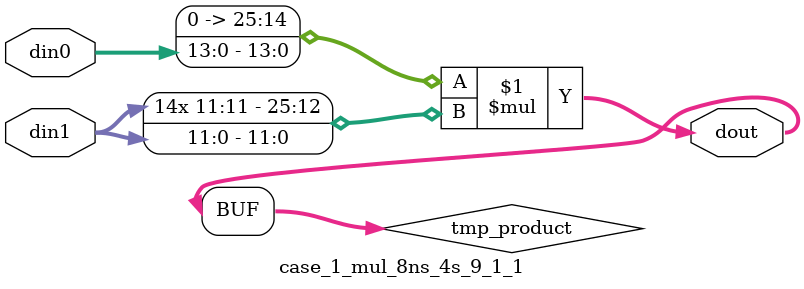
<source format=v>

`timescale 1 ns / 1 ps

 (* use_dsp = "no" *)  module case_1_mul_8ns_4s_9_1_1(din0, din1, dout);
parameter ID = 1;
parameter NUM_STAGE = 0;
parameter din0_WIDTH = 14;
parameter din1_WIDTH = 12;
parameter dout_WIDTH = 26;

input [din0_WIDTH - 1 : 0] din0; 
input [din1_WIDTH - 1 : 0] din1; 
output [dout_WIDTH - 1 : 0] dout;

wire signed [dout_WIDTH - 1 : 0] tmp_product;

























assign tmp_product = $signed({1'b0, din0}) * $signed(din1);










assign dout = tmp_product;





















endmodule

</source>
